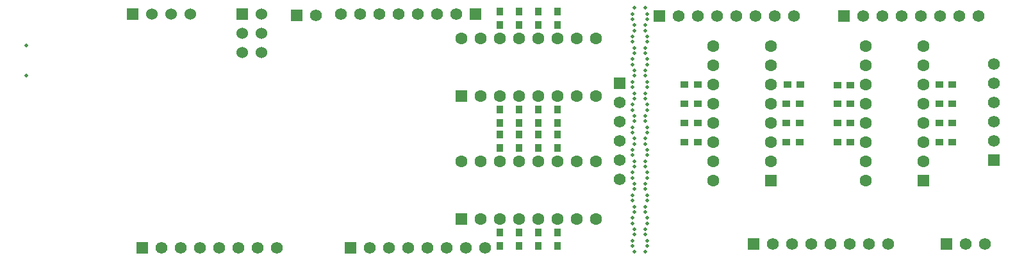
<source format=gbr>
%TF.GenerationSoftware,KiCad,Pcbnew,(6.0.4)*%
%TF.CreationDate,2022-05-03T21:15:41-03:00*%
%TF.ProjectId,PXN_2119-rounded,50584e5f-3231-4313-992d-726f756e6465,rev?*%
%TF.SameCoordinates,Original*%
%TF.FileFunction,Soldermask,Bot*%
%TF.FilePolarity,Negative*%
%FSLAX46Y46*%
G04 Gerber Fmt 4.6, Leading zero omitted, Abs format (unit mm)*
G04 Created by KiCad (PCBNEW (6.0.4)) date 2022-05-03 21:15:41*
%MOMM*%
%LPD*%
G01*
G04 APERTURE LIST*
%ADD10R,1.575000X1.575000*%
%ADD11C,1.575000*%
%ADD12R,0.950000X1.050000*%
%ADD13R,1.050000X0.950000*%
%ADD14R,1.600000X1.600000*%
%ADD15C,1.600000*%
%ADD16R,1.524000X1.524000*%
%ADD17C,1.524000*%
%ADD18C,0.500000*%
G04 APERTURE END LIST*
D10*
%TO.C,H4*%
X141059000Y-83097000D03*
D11*
X138519000Y-83097000D03*
X135979000Y-83097000D03*
X133439000Y-83097000D03*
X130899000Y-83097000D03*
X128359000Y-83097000D03*
X125819000Y-83097000D03*
X123279000Y-83097000D03*
%TD*%
D12*
%TO.C,R21*%
X149314000Y-100736000D03*
X149314000Y-98986000D03*
%TD*%
D13*
%TO.C,R37*%
X182094000Y-94908000D03*
X183844000Y-94908000D03*
%TD*%
D12*
%TO.C,R16*%
X144234000Y-95684000D03*
X144234000Y-97434000D03*
%TD*%
D14*
%TO.C,U4*%
X139154000Y-110148000D03*
D15*
X141694000Y-110148000D03*
X144234000Y-110148000D03*
X146774000Y-110148000D03*
X149314000Y-110148000D03*
X151854000Y-110148000D03*
X154394000Y-110148000D03*
X156934000Y-110148000D03*
X156934000Y-102528000D03*
X154394000Y-102528000D03*
X151854000Y-102528000D03*
X149314000Y-102528000D03*
X146774000Y-102528000D03*
X144234000Y-102528000D03*
X141694000Y-102528000D03*
X139154000Y-102528000D03*
%TD*%
D16*
%TO.C,P1*%
X110198000Y-83097000D03*
D17*
X112738000Y-83097000D03*
X110198000Y-85637000D03*
X112738000Y-85637000D03*
X110198000Y-88177000D03*
X112738000Y-88177000D03*
%TD*%
D12*
%TO.C,R26*%
X149314000Y-111940000D03*
X149314000Y-113690000D03*
%TD*%
D10*
%TO.C,H6*%
X203289000Y-113475000D03*
D11*
X205829000Y-113475000D03*
X208369000Y-113475000D03*
%TD*%
D12*
%TO.C,R15*%
X144234000Y-84480000D03*
X144234000Y-82730000D03*
%TD*%
D10*
%TO.C,H8*%
X209512000Y-102401000D03*
D11*
X209512000Y-99861000D03*
X209512000Y-97321000D03*
X209512000Y-94781000D03*
X209512000Y-92241000D03*
X209512000Y-89701000D03*
%TD*%
D12*
%TO.C,R20*%
X151854000Y-100736000D03*
X151854000Y-98986000D03*
%TD*%
D14*
%TO.C,U5*%
X200241000Y-105068000D03*
D15*
X200241000Y-102528000D03*
X200241000Y-99988000D03*
X200241000Y-97448000D03*
X200241000Y-94908000D03*
X200241000Y-92368000D03*
X200241000Y-89828000D03*
X200241000Y-87288000D03*
X192621000Y-87288000D03*
X192621000Y-89828000D03*
X192621000Y-92368000D03*
X192621000Y-94908000D03*
X192621000Y-97448000D03*
X192621000Y-99988000D03*
X192621000Y-102528000D03*
X192621000Y-105068000D03*
%TD*%
D18*
%TO.C,U3*%
X81667000Y-91193000D03*
X81667000Y-87193000D03*
%TD*%
%TO.C,mouse-bite-1mm-slot-6*%
X163737800Y-98024200D03*
X161987800Y-99524200D03*
X161737800Y-98724200D03*
X163487800Y-97224200D03*
X161987800Y-97224200D03*
X163737800Y-98724200D03*
X161737800Y-98024200D03*
X163487800Y-99524200D03*
%TD*%
D12*
%TO.C,R25*%
X146774000Y-111940000D03*
X146774000Y-113690000D03*
%TD*%
D10*
%TO.C,H1*%
X165316000Y-83351000D03*
D11*
X167856000Y-83351000D03*
X170396000Y-83351000D03*
X172936000Y-83351000D03*
X175476000Y-83351000D03*
X178016000Y-83351000D03*
X180556000Y-83351000D03*
X183096000Y-83351000D03*
%TD*%
D18*
%TO.C,mouse-bite-1mm-slot-1*%
X161987800Y-112210200D03*
X163737800Y-113010200D03*
X163487800Y-114510200D03*
X163737800Y-113710200D03*
X163487800Y-112210200D03*
X161737800Y-113710200D03*
X161737800Y-113010200D03*
X161987800Y-114510200D03*
%TD*%
D12*
%TO.C,R22*%
X146774000Y-100736000D03*
X146774000Y-98986000D03*
%TD*%
D13*
%TO.C,R33*%
X190575000Y-97448000D03*
X188825000Y-97448000D03*
%TD*%
D18*
%TO.C,mouse-bite-1mm-slot-11*%
X161989400Y-84539600D03*
X163489400Y-82239600D03*
X161739400Y-83039600D03*
X163739400Y-83039600D03*
X161739400Y-83739600D03*
X163739400Y-83739600D03*
X161989400Y-82239600D03*
X163489400Y-84539600D03*
%TD*%
%TO.C,mouse-bite-1mm-slot-3*%
X161989400Y-106215800D03*
X163739400Y-107015800D03*
X161739400Y-107015800D03*
X163739400Y-107715800D03*
X161739400Y-107715800D03*
X161989400Y-108515800D03*
X163489400Y-108515800D03*
X163489400Y-106215800D03*
%TD*%
D12*
%TO.C,R24*%
X144234000Y-111940000D03*
X144234000Y-113690000D03*
%TD*%
D13*
%TO.C,R28*%
X202287000Y-92368000D03*
X204037000Y-92368000D03*
%TD*%
D10*
%TO.C,H2*%
X189700000Y-83351000D03*
D11*
X192240000Y-83351000D03*
X194780000Y-83351000D03*
X197320000Y-83351000D03*
X199860000Y-83351000D03*
X202400000Y-83351000D03*
X204940000Y-83351000D03*
X207480000Y-83351000D03*
%TD*%
D10*
%TO.C,H9*%
X96990000Y-113958000D03*
D11*
X99530000Y-113958000D03*
X102070000Y-113958000D03*
X104610000Y-113958000D03*
X107150000Y-113958000D03*
X109690000Y-113958000D03*
X112230000Y-113958000D03*
X114770000Y-113958000D03*
%TD*%
D13*
%TO.C,R31*%
X202287000Y-99988000D03*
X204037000Y-99988000D03*
%TD*%
%TO.C,R30*%
X202287000Y-97448000D03*
X204037000Y-97448000D03*
%TD*%
D16*
%TO.C,P2*%
X95720000Y-83097000D03*
D17*
X98260000Y-83097000D03*
X100800000Y-83097000D03*
X103340000Y-83097000D03*
%TD*%
D12*
%TO.C,R12*%
X151854000Y-84480000D03*
X151854000Y-82730000D03*
%TD*%
D18*
%TO.C,mouse-bite-1mm-slot-4*%
X161989400Y-103218600D03*
X161739400Y-104018600D03*
X163739400Y-104718600D03*
X163489400Y-105518600D03*
X161989400Y-105518600D03*
X163739400Y-104018600D03*
X161739400Y-104718600D03*
X163489400Y-103218600D03*
%TD*%
D13*
%TO.C,R32*%
X190575000Y-99988000D03*
X188825000Y-99988000D03*
%TD*%
D12*
%TO.C,R23*%
X144234000Y-100736000D03*
X144234000Y-98986000D03*
%TD*%
%TO.C,R14*%
X146774000Y-84480000D03*
X146774000Y-82730000D03*
%TD*%
D13*
%TO.C,R34*%
X190575000Y-94908000D03*
X188825000Y-94908000D03*
%TD*%
D14*
%TO.C,U6*%
X180048000Y-105068000D03*
D15*
X180048000Y-102528000D03*
X180048000Y-99988000D03*
X180048000Y-97448000D03*
X180048000Y-94908000D03*
X180048000Y-92368000D03*
X180048000Y-89828000D03*
X180048000Y-87288000D03*
X172428000Y-87288000D03*
X172428000Y-89828000D03*
X172428000Y-92368000D03*
X172428000Y-94908000D03*
X172428000Y-97448000D03*
X172428000Y-99988000D03*
X172428000Y-102528000D03*
X172428000Y-105068000D03*
%TD*%
D12*
%TO.C,R19*%
X151854000Y-95684000D03*
X151854000Y-97434000D03*
%TD*%
D10*
%TO.C,H10*%
X124549000Y-113958000D03*
D11*
X127089000Y-113958000D03*
X129629000Y-113958000D03*
X132169000Y-113958000D03*
X134709000Y-113958000D03*
X137249000Y-113958000D03*
X139789000Y-113958000D03*
X142329000Y-113958000D03*
%TD*%
D18*
%TO.C,mouse-bite-1mm-slot-9*%
X161737800Y-89732600D03*
X163737800Y-89032600D03*
X161987800Y-90532600D03*
X161987800Y-88232600D03*
X163737800Y-89732600D03*
X163487800Y-90532600D03*
X161737800Y-89032600D03*
X163487800Y-88232600D03*
%TD*%
D13*
%TO.C,R42*%
X170382000Y-94908000D03*
X168632000Y-94908000D03*
%TD*%
D14*
%TO.C,U2*%
X139154000Y-93892000D03*
D15*
X141694000Y-93892000D03*
X144234000Y-93892000D03*
X146774000Y-93892000D03*
X149314000Y-93892000D03*
X151854000Y-93892000D03*
X154394000Y-93892000D03*
X156934000Y-93892000D03*
X156934000Y-86272000D03*
X154394000Y-86272000D03*
X151854000Y-86272000D03*
X149314000Y-86272000D03*
X146774000Y-86272000D03*
X144234000Y-86272000D03*
X141694000Y-86272000D03*
X139154000Y-86272000D03*
%TD*%
D18*
%TO.C,mouse-bite-1mm-slot-10*%
X163489400Y-87535400D03*
X163739400Y-86035400D03*
X161739400Y-86735400D03*
X163489400Y-85235400D03*
X161739400Y-86035400D03*
X161989400Y-87535400D03*
X161989400Y-85235400D03*
X163739400Y-86735400D03*
%TD*%
D13*
%TO.C,R39*%
X182094000Y-99988000D03*
X183844000Y-99988000D03*
%TD*%
D12*
%TO.C,R27*%
X151854000Y-111940000D03*
X151854000Y-113690000D03*
%TD*%
%TO.C,R18*%
X149314000Y-95684000D03*
X149314000Y-97434000D03*
%TD*%
D13*
%TO.C,R40*%
X170382000Y-99988000D03*
X168632000Y-99988000D03*
%TD*%
D10*
%TO.C,H7*%
X160109000Y-92241000D03*
D11*
X160109000Y-94781000D03*
X160109000Y-97321000D03*
X160109000Y-99861000D03*
X160109000Y-102401000D03*
X160109000Y-104941000D03*
%TD*%
D18*
%TO.C,mouse-bite-1mm-slot-8*%
X163727400Y-92029800D03*
X161727400Y-92029800D03*
X163477400Y-91229800D03*
X161977400Y-91229800D03*
X161977400Y-93529800D03*
X163727400Y-92729800D03*
X163477400Y-93529800D03*
X161727400Y-92729800D03*
%TD*%
D13*
%TO.C,R35*%
X190575000Y-92495000D03*
X188825000Y-92495000D03*
%TD*%
%TO.C,R38*%
X182094000Y-97448000D03*
X183844000Y-97448000D03*
%TD*%
D18*
%TO.C,mouse-bite-1mm-slot-5*%
X163737800Y-101721400D03*
X163487800Y-100221400D03*
X161987800Y-102521400D03*
X163487800Y-102521400D03*
X161737800Y-101721400D03*
X163737800Y-101021400D03*
X161737800Y-101021400D03*
X161987800Y-100221400D03*
%TD*%
%TO.C,mouse-bite-1mm-slot-2*%
X161987800Y-111513000D03*
X163487800Y-111513000D03*
X161987800Y-109213000D03*
X163737800Y-110713000D03*
X163487800Y-109213000D03*
X163737800Y-110013000D03*
X161737800Y-110013000D03*
X161737800Y-110713000D03*
%TD*%
D13*
%TO.C,R29*%
X202287000Y-94908000D03*
X204037000Y-94908000D03*
%TD*%
D12*
%TO.C,R17*%
X146774000Y-95684000D03*
X146774000Y-97434000D03*
%TD*%
D13*
%TO.C,R41*%
X170382000Y-97448000D03*
X168632000Y-97448000D03*
%TD*%
D10*
%TO.C,H3*%
X177762000Y-113450000D03*
D11*
X180302000Y-113450000D03*
X182842000Y-113450000D03*
X185382000Y-113450000D03*
X187922000Y-113450000D03*
X190462000Y-113450000D03*
X193002000Y-113450000D03*
X195542000Y-113450000D03*
%TD*%
D10*
%TO.C,H5*%
X117437000Y-83224000D03*
D11*
X119977000Y-83224000D03*
%TD*%
D13*
%TO.C,R36*%
X182221000Y-92368000D03*
X183971000Y-92368000D03*
%TD*%
%TO.C,R43*%
X170382000Y-92368000D03*
X168632000Y-92368000D03*
%TD*%
D12*
%TO.C,R13*%
X149314000Y-84480000D03*
X149314000Y-82730000D03*
%TD*%
D18*
%TO.C,mouse-bite-1mm-slot-7*%
X161727400Y-95727000D03*
X163477400Y-96527000D03*
X161977400Y-94227000D03*
X161727400Y-95027000D03*
X161977400Y-96527000D03*
X163727400Y-95027000D03*
X163477400Y-94227000D03*
X163727400Y-95727000D03*
%TD*%
M02*

</source>
